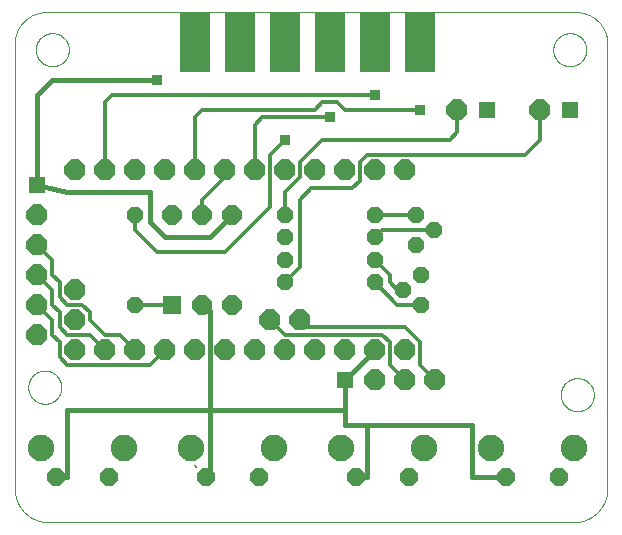
<source format=gbl>
G75*
%MOIN*%
%OFA0B0*%
%FSLAX25Y25*%
%IPPOS*%
%LPD*%
%AMOC8*
5,1,8,0,0,1.08239X$1,22.5*
%
%ADD10C,0.00000*%
%ADD11R,0.10000X0.20000*%
%ADD12R,0.05600X0.05600*%
%ADD13OC8,0.07000*%
%ADD14R,0.06400X0.06400*%
%ADD15OC8,0.06400*%
%ADD16OC8,0.05600*%
%ADD17OC8,0.06000*%
%ADD18C,0.08850*%
%ADD19C,0.01200*%
%ADD20R,0.03562X0.03562*%
%ADD21C,0.00500*%
%ADD22C,0.01600*%
D10*
X0012180Y0001000D02*
X0187320Y0001000D01*
X0187590Y0001003D01*
X0187860Y0001013D01*
X0188130Y0001029D01*
X0188399Y0001052D01*
X0188668Y0001082D01*
X0188935Y0001117D01*
X0189202Y0001160D01*
X0189468Y0001208D01*
X0189732Y0001263D01*
X0189996Y0001325D01*
X0190257Y0001393D01*
X0190517Y0001467D01*
X0190775Y0001547D01*
X0191031Y0001634D01*
X0191284Y0001727D01*
X0191536Y0001825D01*
X0191785Y0001930D01*
X0192031Y0002041D01*
X0192275Y0002158D01*
X0192516Y0002281D01*
X0192753Y0002409D01*
X0192988Y0002543D01*
X0193219Y0002683D01*
X0193447Y0002828D01*
X0193671Y0002979D01*
X0193891Y0003135D01*
X0194108Y0003297D01*
X0194321Y0003463D01*
X0194529Y0003635D01*
X0194734Y0003812D01*
X0194934Y0003993D01*
X0195129Y0004180D01*
X0195320Y0004371D01*
X0195507Y0004566D01*
X0195688Y0004766D01*
X0195865Y0004971D01*
X0196037Y0005179D01*
X0196203Y0005392D01*
X0196365Y0005609D01*
X0196521Y0005829D01*
X0196672Y0006053D01*
X0196817Y0006281D01*
X0196957Y0006512D01*
X0197091Y0006747D01*
X0197219Y0006984D01*
X0197342Y0007225D01*
X0197459Y0007469D01*
X0197570Y0007715D01*
X0197675Y0007964D01*
X0197773Y0008216D01*
X0197866Y0008469D01*
X0197953Y0008725D01*
X0198033Y0008983D01*
X0198107Y0009243D01*
X0198175Y0009504D01*
X0198237Y0009768D01*
X0198292Y0010032D01*
X0198340Y0010298D01*
X0198383Y0010565D01*
X0198418Y0010832D01*
X0198448Y0011101D01*
X0198471Y0011370D01*
X0198487Y0011640D01*
X0198497Y0011910D01*
X0198500Y0012180D01*
X0198500Y0160692D01*
X0198497Y0160941D01*
X0198488Y0161190D01*
X0198473Y0161439D01*
X0198452Y0161687D01*
X0198425Y0161934D01*
X0198392Y0162181D01*
X0198353Y0162427D01*
X0198308Y0162672D01*
X0198257Y0162916D01*
X0198200Y0163159D01*
X0198138Y0163400D01*
X0198070Y0163640D01*
X0197995Y0163877D01*
X0197916Y0164113D01*
X0197830Y0164347D01*
X0197739Y0164579D01*
X0197642Y0164809D01*
X0197540Y0165036D01*
X0197432Y0165260D01*
X0197319Y0165482D01*
X0197201Y0165702D01*
X0197077Y0165918D01*
X0196948Y0166131D01*
X0196814Y0166341D01*
X0196675Y0166548D01*
X0196531Y0166751D01*
X0196383Y0166951D01*
X0196229Y0167147D01*
X0196071Y0167339D01*
X0195908Y0167527D01*
X0195740Y0167712D01*
X0195568Y0167892D01*
X0195392Y0168068D01*
X0195212Y0168240D01*
X0195027Y0168408D01*
X0194839Y0168571D01*
X0194647Y0168729D01*
X0194451Y0168883D01*
X0194251Y0169031D01*
X0194048Y0169175D01*
X0193841Y0169314D01*
X0193631Y0169448D01*
X0193418Y0169577D01*
X0193202Y0169701D01*
X0192982Y0169819D01*
X0192760Y0169932D01*
X0192536Y0170040D01*
X0192309Y0170142D01*
X0192079Y0170239D01*
X0191847Y0170330D01*
X0191613Y0170416D01*
X0191377Y0170495D01*
X0191140Y0170570D01*
X0190900Y0170638D01*
X0190659Y0170700D01*
X0190416Y0170757D01*
X0190172Y0170808D01*
X0189927Y0170853D01*
X0189681Y0170892D01*
X0189434Y0170925D01*
X0189187Y0170952D01*
X0188939Y0170973D01*
X0188690Y0170988D01*
X0188441Y0170997D01*
X0188192Y0171000D01*
X0011308Y0171000D01*
X0011059Y0170997D01*
X0010810Y0170988D01*
X0010561Y0170973D01*
X0010313Y0170952D01*
X0010066Y0170925D01*
X0009819Y0170892D01*
X0009573Y0170853D01*
X0009328Y0170808D01*
X0009084Y0170757D01*
X0008841Y0170700D01*
X0008600Y0170638D01*
X0008360Y0170570D01*
X0008123Y0170495D01*
X0007887Y0170416D01*
X0007653Y0170330D01*
X0007421Y0170239D01*
X0007191Y0170142D01*
X0006964Y0170040D01*
X0006740Y0169932D01*
X0006518Y0169819D01*
X0006298Y0169701D01*
X0006082Y0169577D01*
X0005869Y0169448D01*
X0005659Y0169314D01*
X0005452Y0169175D01*
X0005249Y0169031D01*
X0005049Y0168883D01*
X0004853Y0168729D01*
X0004661Y0168571D01*
X0004473Y0168408D01*
X0004288Y0168240D01*
X0004108Y0168068D01*
X0003932Y0167892D01*
X0003760Y0167712D01*
X0003592Y0167527D01*
X0003429Y0167339D01*
X0003271Y0167147D01*
X0003117Y0166951D01*
X0002969Y0166751D01*
X0002825Y0166548D01*
X0002686Y0166341D01*
X0002552Y0166131D01*
X0002423Y0165918D01*
X0002299Y0165702D01*
X0002181Y0165482D01*
X0002068Y0165260D01*
X0001960Y0165036D01*
X0001858Y0164809D01*
X0001761Y0164579D01*
X0001670Y0164347D01*
X0001584Y0164113D01*
X0001505Y0163877D01*
X0001430Y0163640D01*
X0001362Y0163400D01*
X0001300Y0163159D01*
X0001243Y0162916D01*
X0001192Y0162672D01*
X0001147Y0162427D01*
X0001108Y0162181D01*
X0001075Y0161934D01*
X0001048Y0161687D01*
X0001027Y0161439D01*
X0001012Y0161190D01*
X0001003Y0160941D01*
X0001000Y0160692D01*
X0001000Y0012180D01*
X0001003Y0011910D01*
X0001013Y0011640D01*
X0001029Y0011370D01*
X0001052Y0011101D01*
X0001082Y0010832D01*
X0001117Y0010565D01*
X0001160Y0010298D01*
X0001208Y0010032D01*
X0001263Y0009768D01*
X0001325Y0009504D01*
X0001393Y0009243D01*
X0001467Y0008983D01*
X0001547Y0008725D01*
X0001634Y0008469D01*
X0001727Y0008216D01*
X0001825Y0007964D01*
X0001930Y0007715D01*
X0002041Y0007469D01*
X0002158Y0007225D01*
X0002281Y0006984D01*
X0002409Y0006747D01*
X0002543Y0006512D01*
X0002683Y0006281D01*
X0002828Y0006053D01*
X0002979Y0005829D01*
X0003135Y0005609D01*
X0003297Y0005392D01*
X0003463Y0005179D01*
X0003635Y0004971D01*
X0003812Y0004766D01*
X0003993Y0004566D01*
X0004180Y0004371D01*
X0004371Y0004180D01*
X0004566Y0003993D01*
X0004766Y0003812D01*
X0004971Y0003635D01*
X0005179Y0003463D01*
X0005392Y0003297D01*
X0005609Y0003135D01*
X0005829Y0002979D01*
X0006053Y0002828D01*
X0006281Y0002683D01*
X0006512Y0002543D01*
X0006747Y0002409D01*
X0006984Y0002281D01*
X0007225Y0002158D01*
X0007469Y0002041D01*
X0007715Y0001930D01*
X0007964Y0001825D01*
X0008216Y0001727D01*
X0008469Y0001634D01*
X0008725Y0001547D01*
X0008983Y0001467D01*
X0009243Y0001393D01*
X0009504Y0001325D01*
X0009768Y0001263D01*
X0010032Y0001208D01*
X0010298Y0001160D01*
X0010565Y0001117D01*
X0010832Y0001082D01*
X0011101Y0001052D01*
X0011370Y0001029D01*
X0011640Y0001013D01*
X0011910Y0001003D01*
X0012180Y0001000D01*
X0005488Y0046000D02*
X0005490Y0046148D01*
X0005496Y0046296D01*
X0005506Y0046444D01*
X0005520Y0046591D01*
X0005538Y0046738D01*
X0005559Y0046884D01*
X0005585Y0047030D01*
X0005615Y0047175D01*
X0005648Y0047319D01*
X0005686Y0047462D01*
X0005727Y0047604D01*
X0005772Y0047745D01*
X0005820Y0047885D01*
X0005873Y0048024D01*
X0005929Y0048161D01*
X0005989Y0048296D01*
X0006052Y0048430D01*
X0006119Y0048562D01*
X0006190Y0048692D01*
X0006264Y0048820D01*
X0006341Y0048946D01*
X0006422Y0049070D01*
X0006506Y0049192D01*
X0006593Y0049311D01*
X0006684Y0049428D01*
X0006778Y0049543D01*
X0006874Y0049655D01*
X0006974Y0049765D01*
X0007076Y0049871D01*
X0007182Y0049975D01*
X0007290Y0050076D01*
X0007401Y0050174D01*
X0007514Y0050270D01*
X0007630Y0050362D01*
X0007748Y0050451D01*
X0007869Y0050536D01*
X0007992Y0050619D01*
X0008117Y0050698D01*
X0008244Y0050774D01*
X0008373Y0050846D01*
X0008504Y0050915D01*
X0008637Y0050980D01*
X0008772Y0051041D01*
X0008908Y0051099D01*
X0009045Y0051154D01*
X0009184Y0051204D01*
X0009325Y0051251D01*
X0009466Y0051294D01*
X0009609Y0051334D01*
X0009753Y0051369D01*
X0009897Y0051401D01*
X0010043Y0051428D01*
X0010189Y0051452D01*
X0010336Y0051472D01*
X0010483Y0051488D01*
X0010630Y0051500D01*
X0010778Y0051508D01*
X0010926Y0051512D01*
X0011074Y0051512D01*
X0011222Y0051508D01*
X0011370Y0051500D01*
X0011517Y0051488D01*
X0011664Y0051472D01*
X0011811Y0051452D01*
X0011957Y0051428D01*
X0012103Y0051401D01*
X0012247Y0051369D01*
X0012391Y0051334D01*
X0012534Y0051294D01*
X0012675Y0051251D01*
X0012816Y0051204D01*
X0012955Y0051154D01*
X0013092Y0051099D01*
X0013228Y0051041D01*
X0013363Y0050980D01*
X0013496Y0050915D01*
X0013627Y0050846D01*
X0013756Y0050774D01*
X0013883Y0050698D01*
X0014008Y0050619D01*
X0014131Y0050536D01*
X0014252Y0050451D01*
X0014370Y0050362D01*
X0014486Y0050270D01*
X0014599Y0050174D01*
X0014710Y0050076D01*
X0014818Y0049975D01*
X0014924Y0049871D01*
X0015026Y0049765D01*
X0015126Y0049655D01*
X0015222Y0049543D01*
X0015316Y0049428D01*
X0015407Y0049311D01*
X0015494Y0049192D01*
X0015578Y0049070D01*
X0015659Y0048946D01*
X0015736Y0048820D01*
X0015810Y0048692D01*
X0015881Y0048562D01*
X0015948Y0048430D01*
X0016011Y0048296D01*
X0016071Y0048161D01*
X0016127Y0048024D01*
X0016180Y0047885D01*
X0016228Y0047745D01*
X0016273Y0047604D01*
X0016314Y0047462D01*
X0016352Y0047319D01*
X0016385Y0047175D01*
X0016415Y0047030D01*
X0016441Y0046884D01*
X0016462Y0046738D01*
X0016480Y0046591D01*
X0016494Y0046444D01*
X0016504Y0046296D01*
X0016510Y0046148D01*
X0016512Y0046000D01*
X0016510Y0045852D01*
X0016504Y0045704D01*
X0016494Y0045556D01*
X0016480Y0045409D01*
X0016462Y0045262D01*
X0016441Y0045116D01*
X0016415Y0044970D01*
X0016385Y0044825D01*
X0016352Y0044681D01*
X0016314Y0044538D01*
X0016273Y0044396D01*
X0016228Y0044255D01*
X0016180Y0044115D01*
X0016127Y0043976D01*
X0016071Y0043839D01*
X0016011Y0043704D01*
X0015948Y0043570D01*
X0015881Y0043438D01*
X0015810Y0043308D01*
X0015736Y0043180D01*
X0015659Y0043054D01*
X0015578Y0042930D01*
X0015494Y0042808D01*
X0015407Y0042689D01*
X0015316Y0042572D01*
X0015222Y0042457D01*
X0015126Y0042345D01*
X0015026Y0042235D01*
X0014924Y0042129D01*
X0014818Y0042025D01*
X0014710Y0041924D01*
X0014599Y0041826D01*
X0014486Y0041730D01*
X0014370Y0041638D01*
X0014252Y0041549D01*
X0014131Y0041464D01*
X0014008Y0041381D01*
X0013883Y0041302D01*
X0013756Y0041226D01*
X0013627Y0041154D01*
X0013496Y0041085D01*
X0013363Y0041020D01*
X0013228Y0040959D01*
X0013092Y0040901D01*
X0012955Y0040846D01*
X0012816Y0040796D01*
X0012675Y0040749D01*
X0012534Y0040706D01*
X0012391Y0040666D01*
X0012247Y0040631D01*
X0012103Y0040599D01*
X0011957Y0040572D01*
X0011811Y0040548D01*
X0011664Y0040528D01*
X0011517Y0040512D01*
X0011370Y0040500D01*
X0011222Y0040492D01*
X0011074Y0040488D01*
X0010926Y0040488D01*
X0010778Y0040492D01*
X0010630Y0040500D01*
X0010483Y0040512D01*
X0010336Y0040528D01*
X0010189Y0040548D01*
X0010043Y0040572D01*
X0009897Y0040599D01*
X0009753Y0040631D01*
X0009609Y0040666D01*
X0009466Y0040706D01*
X0009325Y0040749D01*
X0009184Y0040796D01*
X0009045Y0040846D01*
X0008908Y0040901D01*
X0008772Y0040959D01*
X0008637Y0041020D01*
X0008504Y0041085D01*
X0008373Y0041154D01*
X0008244Y0041226D01*
X0008117Y0041302D01*
X0007992Y0041381D01*
X0007869Y0041464D01*
X0007748Y0041549D01*
X0007630Y0041638D01*
X0007514Y0041730D01*
X0007401Y0041826D01*
X0007290Y0041924D01*
X0007182Y0042025D01*
X0007076Y0042129D01*
X0006974Y0042235D01*
X0006874Y0042345D01*
X0006778Y0042457D01*
X0006684Y0042572D01*
X0006593Y0042689D01*
X0006506Y0042808D01*
X0006422Y0042930D01*
X0006341Y0043054D01*
X0006264Y0043180D01*
X0006190Y0043308D01*
X0006119Y0043438D01*
X0006052Y0043570D01*
X0005989Y0043704D01*
X0005929Y0043839D01*
X0005873Y0043976D01*
X0005820Y0044115D01*
X0005772Y0044255D01*
X0005727Y0044396D01*
X0005686Y0044538D01*
X0005648Y0044681D01*
X0005615Y0044825D01*
X0005585Y0044970D01*
X0005559Y0045116D01*
X0005538Y0045262D01*
X0005520Y0045409D01*
X0005506Y0045556D01*
X0005496Y0045704D01*
X0005490Y0045852D01*
X0005488Y0046000D01*
X0007988Y0158500D02*
X0007990Y0158648D01*
X0007996Y0158796D01*
X0008006Y0158944D01*
X0008020Y0159091D01*
X0008038Y0159238D01*
X0008059Y0159384D01*
X0008085Y0159530D01*
X0008115Y0159675D01*
X0008148Y0159819D01*
X0008186Y0159962D01*
X0008227Y0160104D01*
X0008272Y0160245D01*
X0008320Y0160385D01*
X0008373Y0160524D01*
X0008429Y0160661D01*
X0008489Y0160796D01*
X0008552Y0160930D01*
X0008619Y0161062D01*
X0008690Y0161192D01*
X0008764Y0161320D01*
X0008841Y0161446D01*
X0008922Y0161570D01*
X0009006Y0161692D01*
X0009093Y0161811D01*
X0009184Y0161928D01*
X0009278Y0162043D01*
X0009374Y0162155D01*
X0009474Y0162265D01*
X0009576Y0162371D01*
X0009682Y0162475D01*
X0009790Y0162576D01*
X0009901Y0162674D01*
X0010014Y0162770D01*
X0010130Y0162862D01*
X0010248Y0162951D01*
X0010369Y0163036D01*
X0010492Y0163119D01*
X0010617Y0163198D01*
X0010744Y0163274D01*
X0010873Y0163346D01*
X0011004Y0163415D01*
X0011137Y0163480D01*
X0011272Y0163541D01*
X0011408Y0163599D01*
X0011545Y0163654D01*
X0011684Y0163704D01*
X0011825Y0163751D01*
X0011966Y0163794D01*
X0012109Y0163834D01*
X0012253Y0163869D01*
X0012397Y0163901D01*
X0012543Y0163928D01*
X0012689Y0163952D01*
X0012836Y0163972D01*
X0012983Y0163988D01*
X0013130Y0164000D01*
X0013278Y0164008D01*
X0013426Y0164012D01*
X0013574Y0164012D01*
X0013722Y0164008D01*
X0013870Y0164000D01*
X0014017Y0163988D01*
X0014164Y0163972D01*
X0014311Y0163952D01*
X0014457Y0163928D01*
X0014603Y0163901D01*
X0014747Y0163869D01*
X0014891Y0163834D01*
X0015034Y0163794D01*
X0015175Y0163751D01*
X0015316Y0163704D01*
X0015455Y0163654D01*
X0015592Y0163599D01*
X0015728Y0163541D01*
X0015863Y0163480D01*
X0015996Y0163415D01*
X0016127Y0163346D01*
X0016256Y0163274D01*
X0016383Y0163198D01*
X0016508Y0163119D01*
X0016631Y0163036D01*
X0016752Y0162951D01*
X0016870Y0162862D01*
X0016986Y0162770D01*
X0017099Y0162674D01*
X0017210Y0162576D01*
X0017318Y0162475D01*
X0017424Y0162371D01*
X0017526Y0162265D01*
X0017626Y0162155D01*
X0017722Y0162043D01*
X0017816Y0161928D01*
X0017907Y0161811D01*
X0017994Y0161692D01*
X0018078Y0161570D01*
X0018159Y0161446D01*
X0018236Y0161320D01*
X0018310Y0161192D01*
X0018381Y0161062D01*
X0018448Y0160930D01*
X0018511Y0160796D01*
X0018571Y0160661D01*
X0018627Y0160524D01*
X0018680Y0160385D01*
X0018728Y0160245D01*
X0018773Y0160104D01*
X0018814Y0159962D01*
X0018852Y0159819D01*
X0018885Y0159675D01*
X0018915Y0159530D01*
X0018941Y0159384D01*
X0018962Y0159238D01*
X0018980Y0159091D01*
X0018994Y0158944D01*
X0019004Y0158796D01*
X0019010Y0158648D01*
X0019012Y0158500D01*
X0019010Y0158352D01*
X0019004Y0158204D01*
X0018994Y0158056D01*
X0018980Y0157909D01*
X0018962Y0157762D01*
X0018941Y0157616D01*
X0018915Y0157470D01*
X0018885Y0157325D01*
X0018852Y0157181D01*
X0018814Y0157038D01*
X0018773Y0156896D01*
X0018728Y0156755D01*
X0018680Y0156615D01*
X0018627Y0156476D01*
X0018571Y0156339D01*
X0018511Y0156204D01*
X0018448Y0156070D01*
X0018381Y0155938D01*
X0018310Y0155808D01*
X0018236Y0155680D01*
X0018159Y0155554D01*
X0018078Y0155430D01*
X0017994Y0155308D01*
X0017907Y0155189D01*
X0017816Y0155072D01*
X0017722Y0154957D01*
X0017626Y0154845D01*
X0017526Y0154735D01*
X0017424Y0154629D01*
X0017318Y0154525D01*
X0017210Y0154424D01*
X0017099Y0154326D01*
X0016986Y0154230D01*
X0016870Y0154138D01*
X0016752Y0154049D01*
X0016631Y0153964D01*
X0016508Y0153881D01*
X0016383Y0153802D01*
X0016256Y0153726D01*
X0016127Y0153654D01*
X0015996Y0153585D01*
X0015863Y0153520D01*
X0015728Y0153459D01*
X0015592Y0153401D01*
X0015455Y0153346D01*
X0015316Y0153296D01*
X0015175Y0153249D01*
X0015034Y0153206D01*
X0014891Y0153166D01*
X0014747Y0153131D01*
X0014603Y0153099D01*
X0014457Y0153072D01*
X0014311Y0153048D01*
X0014164Y0153028D01*
X0014017Y0153012D01*
X0013870Y0153000D01*
X0013722Y0152992D01*
X0013574Y0152988D01*
X0013426Y0152988D01*
X0013278Y0152992D01*
X0013130Y0153000D01*
X0012983Y0153012D01*
X0012836Y0153028D01*
X0012689Y0153048D01*
X0012543Y0153072D01*
X0012397Y0153099D01*
X0012253Y0153131D01*
X0012109Y0153166D01*
X0011966Y0153206D01*
X0011825Y0153249D01*
X0011684Y0153296D01*
X0011545Y0153346D01*
X0011408Y0153401D01*
X0011272Y0153459D01*
X0011137Y0153520D01*
X0011004Y0153585D01*
X0010873Y0153654D01*
X0010744Y0153726D01*
X0010617Y0153802D01*
X0010492Y0153881D01*
X0010369Y0153964D01*
X0010248Y0154049D01*
X0010130Y0154138D01*
X0010014Y0154230D01*
X0009901Y0154326D01*
X0009790Y0154424D01*
X0009682Y0154525D01*
X0009576Y0154629D01*
X0009474Y0154735D01*
X0009374Y0154845D01*
X0009278Y0154957D01*
X0009184Y0155072D01*
X0009093Y0155189D01*
X0009006Y0155308D01*
X0008922Y0155430D01*
X0008841Y0155554D01*
X0008764Y0155680D01*
X0008690Y0155808D01*
X0008619Y0155938D01*
X0008552Y0156070D01*
X0008489Y0156204D01*
X0008429Y0156339D01*
X0008373Y0156476D01*
X0008320Y0156615D01*
X0008272Y0156755D01*
X0008227Y0156896D01*
X0008186Y0157038D01*
X0008148Y0157181D01*
X0008115Y0157325D01*
X0008085Y0157470D01*
X0008059Y0157616D01*
X0008038Y0157762D01*
X0008020Y0157909D01*
X0008006Y0158056D01*
X0007996Y0158204D01*
X0007990Y0158352D01*
X0007988Y0158500D01*
X0180488Y0158500D02*
X0180490Y0158648D01*
X0180496Y0158796D01*
X0180506Y0158944D01*
X0180520Y0159091D01*
X0180538Y0159238D01*
X0180559Y0159384D01*
X0180585Y0159530D01*
X0180615Y0159675D01*
X0180648Y0159819D01*
X0180686Y0159962D01*
X0180727Y0160104D01*
X0180772Y0160245D01*
X0180820Y0160385D01*
X0180873Y0160524D01*
X0180929Y0160661D01*
X0180989Y0160796D01*
X0181052Y0160930D01*
X0181119Y0161062D01*
X0181190Y0161192D01*
X0181264Y0161320D01*
X0181341Y0161446D01*
X0181422Y0161570D01*
X0181506Y0161692D01*
X0181593Y0161811D01*
X0181684Y0161928D01*
X0181778Y0162043D01*
X0181874Y0162155D01*
X0181974Y0162265D01*
X0182076Y0162371D01*
X0182182Y0162475D01*
X0182290Y0162576D01*
X0182401Y0162674D01*
X0182514Y0162770D01*
X0182630Y0162862D01*
X0182748Y0162951D01*
X0182869Y0163036D01*
X0182992Y0163119D01*
X0183117Y0163198D01*
X0183244Y0163274D01*
X0183373Y0163346D01*
X0183504Y0163415D01*
X0183637Y0163480D01*
X0183772Y0163541D01*
X0183908Y0163599D01*
X0184045Y0163654D01*
X0184184Y0163704D01*
X0184325Y0163751D01*
X0184466Y0163794D01*
X0184609Y0163834D01*
X0184753Y0163869D01*
X0184897Y0163901D01*
X0185043Y0163928D01*
X0185189Y0163952D01*
X0185336Y0163972D01*
X0185483Y0163988D01*
X0185630Y0164000D01*
X0185778Y0164008D01*
X0185926Y0164012D01*
X0186074Y0164012D01*
X0186222Y0164008D01*
X0186370Y0164000D01*
X0186517Y0163988D01*
X0186664Y0163972D01*
X0186811Y0163952D01*
X0186957Y0163928D01*
X0187103Y0163901D01*
X0187247Y0163869D01*
X0187391Y0163834D01*
X0187534Y0163794D01*
X0187675Y0163751D01*
X0187816Y0163704D01*
X0187955Y0163654D01*
X0188092Y0163599D01*
X0188228Y0163541D01*
X0188363Y0163480D01*
X0188496Y0163415D01*
X0188627Y0163346D01*
X0188756Y0163274D01*
X0188883Y0163198D01*
X0189008Y0163119D01*
X0189131Y0163036D01*
X0189252Y0162951D01*
X0189370Y0162862D01*
X0189486Y0162770D01*
X0189599Y0162674D01*
X0189710Y0162576D01*
X0189818Y0162475D01*
X0189924Y0162371D01*
X0190026Y0162265D01*
X0190126Y0162155D01*
X0190222Y0162043D01*
X0190316Y0161928D01*
X0190407Y0161811D01*
X0190494Y0161692D01*
X0190578Y0161570D01*
X0190659Y0161446D01*
X0190736Y0161320D01*
X0190810Y0161192D01*
X0190881Y0161062D01*
X0190948Y0160930D01*
X0191011Y0160796D01*
X0191071Y0160661D01*
X0191127Y0160524D01*
X0191180Y0160385D01*
X0191228Y0160245D01*
X0191273Y0160104D01*
X0191314Y0159962D01*
X0191352Y0159819D01*
X0191385Y0159675D01*
X0191415Y0159530D01*
X0191441Y0159384D01*
X0191462Y0159238D01*
X0191480Y0159091D01*
X0191494Y0158944D01*
X0191504Y0158796D01*
X0191510Y0158648D01*
X0191512Y0158500D01*
X0191510Y0158352D01*
X0191504Y0158204D01*
X0191494Y0158056D01*
X0191480Y0157909D01*
X0191462Y0157762D01*
X0191441Y0157616D01*
X0191415Y0157470D01*
X0191385Y0157325D01*
X0191352Y0157181D01*
X0191314Y0157038D01*
X0191273Y0156896D01*
X0191228Y0156755D01*
X0191180Y0156615D01*
X0191127Y0156476D01*
X0191071Y0156339D01*
X0191011Y0156204D01*
X0190948Y0156070D01*
X0190881Y0155938D01*
X0190810Y0155808D01*
X0190736Y0155680D01*
X0190659Y0155554D01*
X0190578Y0155430D01*
X0190494Y0155308D01*
X0190407Y0155189D01*
X0190316Y0155072D01*
X0190222Y0154957D01*
X0190126Y0154845D01*
X0190026Y0154735D01*
X0189924Y0154629D01*
X0189818Y0154525D01*
X0189710Y0154424D01*
X0189599Y0154326D01*
X0189486Y0154230D01*
X0189370Y0154138D01*
X0189252Y0154049D01*
X0189131Y0153964D01*
X0189008Y0153881D01*
X0188883Y0153802D01*
X0188756Y0153726D01*
X0188627Y0153654D01*
X0188496Y0153585D01*
X0188363Y0153520D01*
X0188228Y0153459D01*
X0188092Y0153401D01*
X0187955Y0153346D01*
X0187816Y0153296D01*
X0187675Y0153249D01*
X0187534Y0153206D01*
X0187391Y0153166D01*
X0187247Y0153131D01*
X0187103Y0153099D01*
X0186957Y0153072D01*
X0186811Y0153048D01*
X0186664Y0153028D01*
X0186517Y0153012D01*
X0186370Y0153000D01*
X0186222Y0152992D01*
X0186074Y0152988D01*
X0185926Y0152988D01*
X0185778Y0152992D01*
X0185630Y0153000D01*
X0185483Y0153012D01*
X0185336Y0153028D01*
X0185189Y0153048D01*
X0185043Y0153072D01*
X0184897Y0153099D01*
X0184753Y0153131D01*
X0184609Y0153166D01*
X0184466Y0153206D01*
X0184325Y0153249D01*
X0184184Y0153296D01*
X0184045Y0153346D01*
X0183908Y0153401D01*
X0183772Y0153459D01*
X0183637Y0153520D01*
X0183504Y0153585D01*
X0183373Y0153654D01*
X0183244Y0153726D01*
X0183117Y0153802D01*
X0182992Y0153881D01*
X0182869Y0153964D01*
X0182748Y0154049D01*
X0182630Y0154138D01*
X0182514Y0154230D01*
X0182401Y0154326D01*
X0182290Y0154424D01*
X0182182Y0154525D01*
X0182076Y0154629D01*
X0181974Y0154735D01*
X0181874Y0154845D01*
X0181778Y0154957D01*
X0181684Y0155072D01*
X0181593Y0155189D01*
X0181506Y0155308D01*
X0181422Y0155430D01*
X0181341Y0155554D01*
X0181264Y0155680D01*
X0181190Y0155808D01*
X0181119Y0155938D01*
X0181052Y0156070D01*
X0180989Y0156204D01*
X0180929Y0156339D01*
X0180873Y0156476D01*
X0180820Y0156615D01*
X0180772Y0156755D01*
X0180727Y0156896D01*
X0180686Y0157038D01*
X0180648Y0157181D01*
X0180615Y0157325D01*
X0180585Y0157470D01*
X0180559Y0157616D01*
X0180538Y0157762D01*
X0180520Y0157909D01*
X0180506Y0158056D01*
X0180496Y0158204D01*
X0180490Y0158352D01*
X0180488Y0158500D01*
X0182988Y0043500D02*
X0182990Y0043648D01*
X0182996Y0043796D01*
X0183006Y0043944D01*
X0183020Y0044091D01*
X0183038Y0044238D01*
X0183059Y0044384D01*
X0183085Y0044530D01*
X0183115Y0044675D01*
X0183148Y0044819D01*
X0183186Y0044962D01*
X0183227Y0045104D01*
X0183272Y0045245D01*
X0183320Y0045385D01*
X0183373Y0045524D01*
X0183429Y0045661D01*
X0183489Y0045796D01*
X0183552Y0045930D01*
X0183619Y0046062D01*
X0183690Y0046192D01*
X0183764Y0046320D01*
X0183841Y0046446D01*
X0183922Y0046570D01*
X0184006Y0046692D01*
X0184093Y0046811D01*
X0184184Y0046928D01*
X0184278Y0047043D01*
X0184374Y0047155D01*
X0184474Y0047265D01*
X0184576Y0047371D01*
X0184682Y0047475D01*
X0184790Y0047576D01*
X0184901Y0047674D01*
X0185014Y0047770D01*
X0185130Y0047862D01*
X0185248Y0047951D01*
X0185369Y0048036D01*
X0185492Y0048119D01*
X0185617Y0048198D01*
X0185744Y0048274D01*
X0185873Y0048346D01*
X0186004Y0048415D01*
X0186137Y0048480D01*
X0186272Y0048541D01*
X0186408Y0048599D01*
X0186545Y0048654D01*
X0186684Y0048704D01*
X0186825Y0048751D01*
X0186966Y0048794D01*
X0187109Y0048834D01*
X0187253Y0048869D01*
X0187397Y0048901D01*
X0187543Y0048928D01*
X0187689Y0048952D01*
X0187836Y0048972D01*
X0187983Y0048988D01*
X0188130Y0049000D01*
X0188278Y0049008D01*
X0188426Y0049012D01*
X0188574Y0049012D01*
X0188722Y0049008D01*
X0188870Y0049000D01*
X0189017Y0048988D01*
X0189164Y0048972D01*
X0189311Y0048952D01*
X0189457Y0048928D01*
X0189603Y0048901D01*
X0189747Y0048869D01*
X0189891Y0048834D01*
X0190034Y0048794D01*
X0190175Y0048751D01*
X0190316Y0048704D01*
X0190455Y0048654D01*
X0190592Y0048599D01*
X0190728Y0048541D01*
X0190863Y0048480D01*
X0190996Y0048415D01*
X0191127Y0048346D01*
X0191256Y0048274D01*
X0191383Y0048198D01*
X0191508Y0048119D01*
X0191631Y0048036D01*
X0191752Y0047951D01*
X0191870Y0047862D01*
X0191986Y0047770D01*
X0192099Y0047674D01*
X0192210Y0047576D01*
X0192318Y0047475D01*
X0192424Y0047371D01*
X0192526Y0047265D01*
X0192626Y0047155D01*
X0192722Y0047043D01*
X0192816Y0046928D01*
X0192907Y0046811D01*
X0192994Y0046692D01*
X0193078Y0046570D01*
X0193159Y0046446D01*
X0193236Y0046320D01*
X0193310Y0046192D01*
X0193381Y0046062D01*
X0193448Y0045930D01*
X0193511Y0045796D01*
X0193571Y0045661D01*
X0193627Y0045524D01*
X0193680Y0045385D01*
X0193728Y0045245D01*
X0193773Y0045104D01*
X0193814Y0044962D01*
X0193852Y0044819D01*
X0193885Y0044675D01*
X0193915Y0044530D01*
X0193941Y0044384D01*
X0193962Y0044238D01*
X0193980Y0044091D01*
X0193994Y0043944D01*
X0194004Y0043796D01*
X0194010Y0043648D01*
X0194012Y0043500D01*
X0194010Y0043352D01*
X0194004Y0043204D01*
X0193994Y0043056D01*
X0193980Y0042909D01*
X0193962Y0042762D01*
X0193941Y0042616D01*
X0193915Y0042470D01*
X0193885Y0042325D01*
X0193852Y0042181D01*
X0193814Y0042038D01*
X0193773Y0041896D01*
X0193728Y0041755D01*
X0193680Y0041615D01*
X0193627Y0041476D01*
X0193571Y0041339D01*
X0193511Y0041204D01*
X0193448Y0041070D01*
X0193381Y0040938D01*
X0193310Y0040808D01*
X0193236Y0040680D01*
X0193159Y0040554D01*
X0193078Y0040430D01*
X0192994Y0040308D01*
X0192907Y0040189D01*
X0192816Y0040072D01*
X0192722Y0039957D01*
X0192626Y0039845D01*
X0192526Y0039735D01*
X0192424Y0039629D01*
X0192318Y0039525D01*
X0192210Y0039424D01*
X0192099Y0039326D01*
X0191986Y0039230D01*
X0191870Y0039138D01*
X0191752Y0039049D01*
X0191631Y0038964D01*
X0191508Y0038881D01*
X0191383Y0038802D01*
X0191256Y0038726D01*
X0191127Y0038654D01*
X0190996Y0038585D01*
X0190863Y0038520D01*
X0190728Y0038459D01*
X0190592Y0038401D01*
X0190455Y0038346D01*
X0190316Y0038296D01*
X0190175Y0038249D01*
X0190034Y0038206D01*
X0189891Y0038166D01*
X0189747Y0038131D01*
X0189603Y0038099D01*
X0189457Y0038072D01*
X0189311Y0038048D01*
X0189164Y0038028D01*
X0189017Y0038012D01*
X0188870Y0038000D01*
X0188722Y0037992D01*
X0188574Y0037988D01*
X0188426Y0037988D01*
X0188278Y0037992D01*
X0188130Y0038000D01*
X0187983Y0038012D01*
X0187836Y0038028D01*
X0187689Y0038048D01*
X0187543Y0038072D01*
X0187397Y0038099D01*
X0187253Y0038131D01*
X0187109Y0038166D01*
X0186966Y0038206D01*
X0186825Y0038249D01*
X0186684Y0038296D01*
X0186545Y0038346D01*
X0186408Y0038401D01*
X0186272Y0038459D01*
X0186137Y0038520D01*
X0186004Y0038585D01*
X0185873Y0038654D01*
X0185744Y0038726D01*
X0185617Y0038802D01*
X0185492Y0038881D01*
X0185369Y0038964D01*
X0185248Y0039049D01*
X0185130Y0039138D01*
X0185014Y0039230D01*
X0184901Y0039326D01*
X0184790Y0039424D01*
X0184682Y0039525D01*
X0184576Y0039629D01*
X0184474Y0039735D01*
X0184374Y0039845D01*
X0184278Y0039957D01*
X0184184Y0040072D01*
X0184093Y0040189D01*
X0184006Y0040308D01*
X0183922Y0040430D01*
X0183841Y0040554D01*
X0183764Y0040680D01*
X0183690Y0040808D01*
X0183619Y0040938D01*
X0183552Y0041070D01*
X0183489Y0041204D01*
X0183429Y0041339D01*
X0183373Y0041476D01*
X0183320Y0041615D01*
X0183272Y0041755D01*
X0183227Y0041896D01*
X0183186Y0042038D01*
X0183148Y0042181D01*
X0183115Y0042325D01*
X0183085Y0042470D01*
X0183059Y0042616D01*
X0183038Y0042762D01*
X0183020Y0042909D01*
X0183006Y0043056D01*
X0182996Y0043204D01*
X0182990Y0043352D01*
X0182988Y0043500D01*
D11*
X0136000Y0161000D03*
X0121000Y0161000D03*
X0106000Y0161000D03*
X0091000Y0161000D03*
X0076000Y0161000D03*
X0061000Y0161000D03*
D12*
X0008500Y0113500D03*
X0111000Y0048500D03*
X0158500Y0138500D03*
X0186000Y0138500D03*
D13*
X0176000Y0138500D03*
X0148500Y0138500D03*
X0131000Y0118500D03*
X0121000Y0118500D03*
X0111000Y0118500D03*
X0101000Y0118500D03*
X0091000Y0118500D03*
X0081000Y0118500D03*
X0071000Y0118500D03*
X0061000Y0118500D03*
X0051000Y0118500D03*
X0041000Y0118500D03*
X0031000Y0118500D03*
X0021000Y0118500D03*
X0008500Y0103500D03*
X0008500Y0093500D03*
X0008500Y0083500D03*
X0008500Y0073500D03*
X0008500Y0063500D03*
X0021000Y0058500D03*
X0031000Y0058500D03*
X0041000Y0058500D03*
X0051000Y0058500D03*
X0061000Y0058500D03*
X0071000Y0058500D03*
X0081000Y0058500D03*
X0091000Y0058500D03*
X0101000Y0058500D03*
X0111000Y0058500D03*
X0121000Y0058500D03*
X0121000Y0048500D03*
X0131000Y0048500D03*
X0131000Y0058500D03*
X0141000Y0048500D03*
X0096000Y0068500D03*
X0086000Y0068500D03*
X0021000Y0068500D03*
X0021000Y0078500D03*
D14*
X0053500Y0073500D03*
D15*
X0063500Y0073500D03*
X0073500Y0073500D03*
X0073500Y0103500D03*
X0063500Y0103500D03*
X0053500Y0103500D03*
D16*
X0041000Y0103500D03*
X0041000Y0073500D03*
X0091000Y0081000D03*
X0091000Y0088500D03*
X0091000Y0096000D03*
X0091000Y0103500D03*
X0121000Y0103500D03*
X0121000Y0096000D03*
X0121000Y0088500D03*
X0121000Y0081000D03*
X0130500Y0078500D03*
X0136500Y0073500D03*
X0136500Y0083500D03*
X0134750Y0093500D03*
X0140750Y0098500D03*
X0134750Y0103500D03*
D17*
X0132400Y0016100D03*
X0114600Y0016100D03*
X0082400Y0016100D03*
X0064600Y0016100D03*
X0032400Y0016100D03*
X0014600Y0016100D03*
X0164600Y0016100D03*
X0182400Y0016100D03*
D18*
X0187300Y0025900D03*
X0159700Y0025900D03*
X0137300Y0025900D03*
X0109700Y0025900D03*
X0087300Y0025900D03*
X0059700Y0025900D03*
X0037300Y0025900D03*
X0009700Y0025900D03*
D19*
X0018500Y0053500D02*
X0046000Y0053500D01*
X0051000Y0058500D01*
X0041000Y0058500D02*
X0036000Y0063500D01*
X0031000Y0063500D01*
X0026000Y0068500D01*
X0026000Y0071000D01*
X0023500Y0073500D01*
X0018500Y0073500D01*
X0016000Y0076000D01*
X0016000Y0081000D01*
X0013500Y0083500D01*
X0013500Y0088500D01*
X0008500Y0093500D01*
X0008500Y0083500D02*
X0013500Y0078500D01*
X0013500Y0073500D01*
X0016000Y0071000D01*
X0016000Y0066000D01*
X0018500Y0063500D01*
X0026000Y0063500D01*
X0031000Y0058500D01*
X0018500Y0053500D02*
X0016000Y0056000D01*
X0016000Y0061000D01*
X0013500Y0063500D01*
X0013500Y0068500D01*
X0008500Y0073500D01*
X0041000Y0073500D02*
X0053500Y0073500D01*
X0063500Y0073500D02*
X0065500Y0071500D01*
X0086000Y0068500D02*
X0091000Y0063500D01*
X0123500Y0063500D01*
X0126000Y0061000D01*
X0126000Y0053500D01*
X0131000Y0048500D01*
X0136000Y0053500D02*
X0141000Y0048500D01*
X0136000Y0053500D02*
X0136000Y0061000D01*
X0131000Y0066000D01*
X0098500Y0066000D01*
X0096000Y0068500D01*
X0091000Y0081000D02*
X0096000Y0086000D01*
X0096000Y0108500D01*
X0099750Y0112250D01*
X0113500Y0112250D01*
X0116000Y0114750D01*
X0116000Y0121000D01*
X0118500Y0123500D01*
X0171000Y0123500D01*
X0176000Y0128500D01*
X0176000Y0138500D01*
X0148500Y0138500D02*
X0148500Y0131000D01*
X0146000Y0128500D01*
X0103500Y0128500D01*
X0096000Y0121000D01*
X0096000Y0116000D01*
X0091000Y0111000D01*
X0091000Y0103500D01*
X0086000Y0106000D02*
X0086000Y0123500D01*
X0091000Y0128500D01*
X0083500Y0136000D02*
X0106000Y0136000D01*
X0101000Y0138500D02*
X0103500Y0141000D01*
X0108500Y0141000D01*
X0111000Y0138500D01*
X0136000Y0138500D01*
X0121000Y0143500D02*
X0033500Y0143500D01*
X0031000Y0141000D01*
X0031000Y0118500D01*
X0041000Y0103500D02*
X0041000Y0098500D01*
X0048500Y0091000D01*
X0071000Y0091000D01*
X0086000Y0106000D01*
X0081000Y0118500D02*
X0081000Y0133500D01*
X0083500Y0136000D01*
X0101000Y0138500D02*
X0063500Y0138500D01*
X0061000Y0136000D01*
X0061000Y0118500D01*
X0071000Y0118500D02*
X0071000Y0116000D01*
X0063500Y0108500D01*
X0063500Y0103500D01*
X0121000Y0103500D02*
X0134750Y0103500D01*
X0140750Y0098500D02*
X0123500Y0098500D01*
X0121000Y0096000D01*
X0121000Y0088500D02*
X0126000Y0083500D01*
X0126000Y0081000D01*
X0128500Y0078500D01*
X0130500Y0078500D01*
X0128500Y0073500D02*
X0136500Y0073500D01*
X0128500Y0073500D02*
X0121000Y0081000D01*
D20*
X0091000Y0128500D03*
X0106000Y0136000D03*
X0121000Y0143500D03*
X0136000Y0138500D03*
X0136000Y0161000D03*
X0121000Y0161000D03*
X0106000Y0161000D03*
X0091000Y0161000D03*
X0076000Y0161000D03*
X0061000Y0161000D03*
X0048500Y0148500D03*
D21*
X0061000Y0020000D02*
X0061500Y0019500D01*
X0064500Y0016500D02*
X0064600Y0016100D01*
X0015000Y0016500D02*
X0014600Y0016100D01*
D22*
X0014600Y0016000D01*
X0018500Y0016000D01*
X0018500Y0038500D01*
X0066000Y0038500D01*
X0111000Y0038500D01*
X0111000Y0033500D01*
X0118500Y0033500D01*
X0118500Y0016000D01*
X0114600Y0016000D01*
X0114600Y0016100D01*
X0118500Y0033500D02*
X0153500Y0033500D01*
X0153500Y0016100D01*
X0164600Y0016100D01*
X0121000Y0058500D02*
X0111000Y0048500D01*
X0111000Y0038500D01*
X0066000Y0038500D02*
X0066000Y0016000D01*
X0064600Y0016000D01*
X0064600Y0016100D01*
X0066000Y0038500D02*
X0066000Y0071500D01*
X0065500Y0071500D01*
X0066000Y0096000D02*
X0051000Y0096000D01*
X0046000Y0101000D01*
X0046000Y0111000D01*
X0018500Y0111000D01*
X0008500Y0113500D01*
X0008500Y0143500D01*
X0013500Y0148500D01*
X0048500Y0148500D01*
X0073500Y0103500D02*
X0066000Y0096000D01*
M02*

</source>
